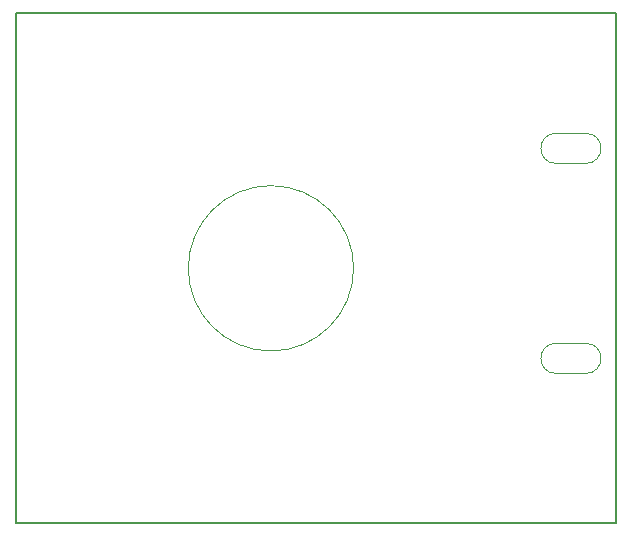
<source format=gbr>
G04 #@! TF.GenerationSoftware,KiCad,Pcbnew,5.1.8-db9833491~87~ubuntu20.04.1*
G04 #@! TF.CreationDate,2020-11-24T17:51:12+00:00*
G04 #@! TF.ProjectId,LEDring,4c454472-696e-4672-9e6b-696361645f70,rev?*
G04 #@! TF.SameCoordinates,Original*
G04 #@! TF.FileFunction,Profile,NP*
%FSLAX46Y46*%
G04 Gerber Fmt 4.6, Leading zero omitted, Abs format (unit mm)*
G04 Created by KiCad (PCBNEW 5.1.8-db9833491~87~ubuntu20.04.1) date 2020-11-24 17:51:12*
%MOMM*%
%LPD*%
G01*
G04 APERTURE LIST*
G04 #@! TA.AperFunction,Profile*
%ADD10C,0.150000*%
G04 #@! TD*
G04 #@! TA.AperFunction,Profile*
%ADD11C,0.050000*%
G04 #@! TD*
G04 APERTURE END LIST*
D10*
X207010000Y-54610000D02*
X156210000Y-54610000D01*
X207010000Y-97790000D02*
X207010000Y-54610000D01*
X156210000Y-97790000D02*
X207010000Y-97790000D01*
X156210000Y-54610000D02*
X156210000Y-97790000D01*
D11*
X204470000Y-64770000D02*
G75*
G02*
X204470000Y-67310000I0J-1270000D01*
G01*
X201930000Y-67310000D02*
G75*
G02*
X201930000Y-64770000I0J1270000D01*
G01*
X201930000Y-85090000D02*
G75*
G02*
X201930000Y-82550000I0J1270000D01*
G01*
X204470000Y-82550000D02*
G75*
G02*
X204470000Y-85090000I0J-1270000D01*
G01*
X201930000Y-85090000D02*
X204470000Y-85090000D01*
X201930000Y-82550000D02*
X204470000Y-82550000D01*
X204470000Y-64770000D02*
X201930000Y-64770000D01*
X201930000Y-67310000D02*
X204470000Y-67310000D01*
X184800000Y-76200000D02*
G75*
G03*
X184800000Y-76200000I-7000000J0D01*
G01*
M02*

</source>
